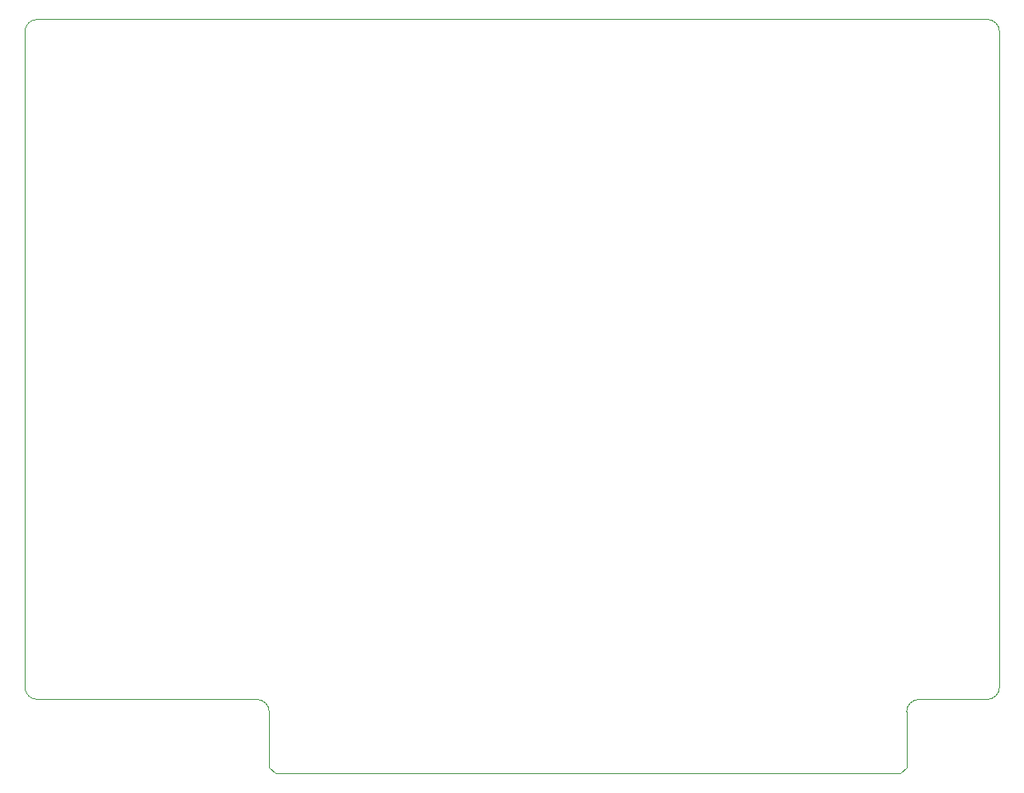
<source format=gbr>
%TF.GenerationSoftware,KiCad,Pcbnew,(6.0.8-1)-1*%
%TF.CreationDate,2022-10-18T00:20:39-07:00*%
%TF.ProjectId,SimpleSerialCard,53696d70-6c65-4536-9572-69616c436172,rev?*%
%TF.SameCoordinates,Original*%
%TF.FileFunction,Profile,NP*%
%FSLAX46Y46*%
G04 Gerber Fmt 4.6, Leading zero omitted, Abs format (unit mm)*
G04 Created by KiCad (PCBNEW (6.0.8-1)-1) date 2022-10-18 00:20:39*
%MOMM*%
%LPD*%
G01*
G04 APERTURE LIST*
%TA.AperFunction,Profile*%
%ADD10C,0.100000*%
%TD*%
G04 APERTURE END LIST*
D10*
X201002500Y-50038000D02*
X103542500Y-50038000D01*
X103542500Y-119888000D02*
X126072500Y-119888000D01*
X194017500Y-119888000D02*
G75*
G03*
X192747500Y-121158000I0J-1270000D01*
G01*
X194017500Y-119888000D02*
X201002500Y-119888000D01*
X103542500Y-50038000D02*
G75*
G03*
X102272500Y-51308000I0J-1270000D01*
G01*
X102272500Y-118618000D02*
X102272500Y-51308000D01*
X201002500Y-119888000D02*
G75*
G03*
X202272500Y-118618000I0J1270000D01*
G01*
X102272500Y-118618000D02*
G75*
G03*
X103542500Y-119888000I1270000J0D01*
G01*
X127342500Y-121158000D02*
G75*
G03*
X126072500Y-119888000I-1270000J0D01*
G01*
X192112500Y-127508000D02*
X127977500Y-127508000D01*
X192747500Y-126873000D02*
X192112500Y-127508000D01*
X127342500Y-126873000D02*
X127977500Y-127508000D01*
X192747500Y-121158000D02*
X192747500Y-126873000D01*
X202272500Y-51308000D02*
G75*
G03*
X201002500Y-50038000I-1270000J0D01*
G01*
X202272500Y-118618000D02*
X202272500Y-51308000D01*
X127342500Y-121158000D02*
X127342500Y-126873000D01*
M02*

</source>
